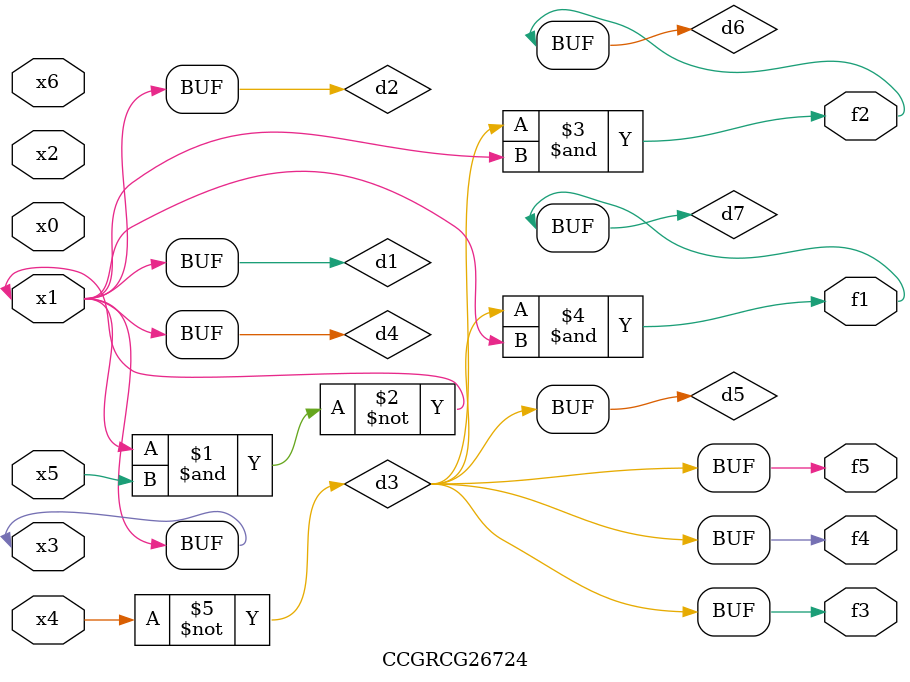
<source format=v>
module CCGRCG26724(
	input x0, x1, x2, x3, x4, x5, x6,
	output f1, f2, f3, f4, f5
);

	wire d1, d2, d3, d4, d5, d6, d7;

	buf (d1, x1, x3);
	nand (d2, x1, x5);
	not (d3, x4);
	buf (d4, d1, d2);
	buf (d5, d3);
	and (d6, d3, d4);
	and (d7, d3, d4);
	assign f1 = d7;
	assign f2 = d6;
	assign f3 = d5;
	assign f4 = d5;
	assign f5 = d5;
endmodule

</source>
